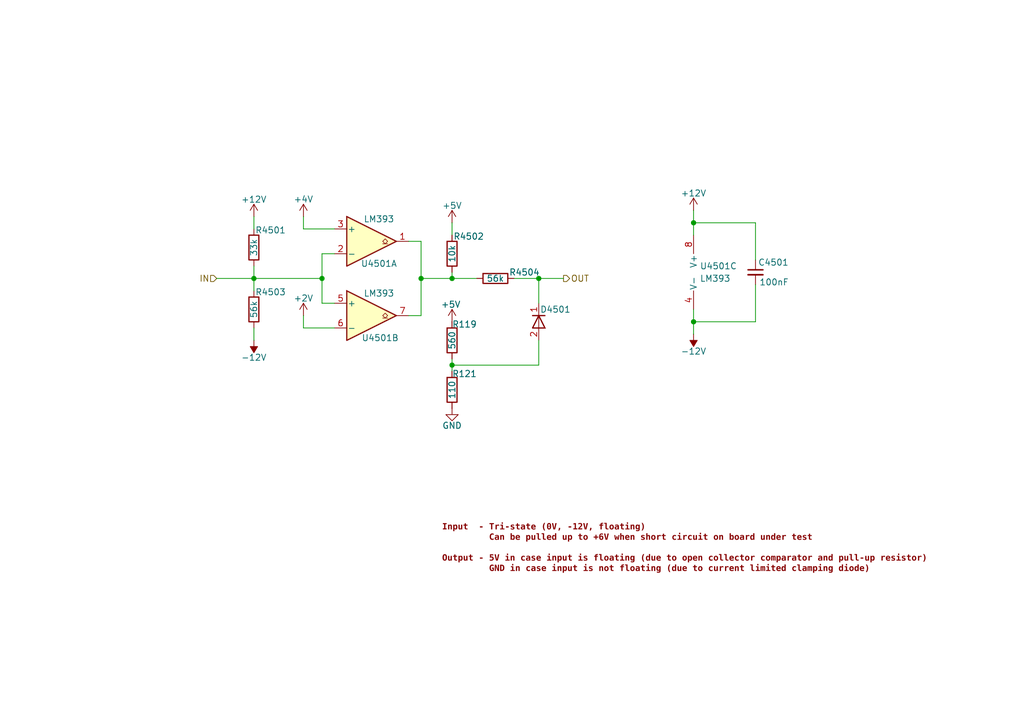
<source format=kicad_sch>
(kicad_sch (version 20250114) (generator "eeschema") (generator_version "9.0")
  (paper "A5")
  (title_block (title "VersaLogic board tester") (date "2025-08-13") (rev "1.0.alpha") (comment 1 "Copyright (c) 2025 by Filip Pynckels & Robin Pynckels"))
  (lib_symbols
    (symbol "Comparator:LM393" (pin_names (offset 0.127))
      (property "Reference" "U" (at 3.81 3.81 0))
      (property "Value" "LM393" (at 6.35 -3.81 0))
      (symbol "LM393_1_1"
        (polyline (pts (xy -5.08 5.08) (xy 5.08 0) (xy -5.08 -5.08) (xy -5.08 5.08)) (stroke (width 0.254)) (fill (type background)))
        (polyline (pts (xy 3.302 -0.508) (xy 2.794 -0.508) (xy 3.302 0) (xy 2.794 0.508) (xy 2.286 0) (xy 2.794 -0.508) (xy 2.286 -0.508)) (stroke (width 0.127)))
        (pin input line (at -7.62 2.54 0) (length 2.54) (name "+") (number "3"))
        (pin input line (at -7.62 -2.54 0) (length 2.54) (name "-") (number "2"))
        (pin open_collector line (at 7.62 0 180) (length 2.54) (name "~") (number "1"))
      )
      (symbol "LM393_2_1"
        (polyline (pts (xy -5.08 5.08) (xy 5.08 0) (xy -5.08 -5.08) (xy -5.08 5.08)) (stroke (width 0.254)) (fill (type background)))
        (polyline (pts (xy 3.302 -0.508) (xy 2.794 -0.508) (xy 3.302 0) (xy 2.794 0.508) (xy 2.286 0) (xy 2.794 -0.508) (xy 2.286 -0.508)) (stroke (width 0.127)))
        (pin input line (at -7.62 2.54 0) (length 2.54) (name "+") (number "5"))
        (pin input line (at -7.62 -2.54 0) (length 2.54) (name "-") (number "6"))
        (pin open_collector line (at 7.62 0 180) (length 2.54) (name "~") (number "7"))
      )
      (symbol "LM393_3_1"
        (pin power_in line (at -2.54 7.62 270) (length 3.81) (name "V+") (number "8"))
        (pin power_in line (at -2.54 -7.62 90) (length 3.81) (name "V-") (number "4"))
      )
    )
    (symbol "Device:C_Small" (pin_numbers (hide yes)) (pin_names (offset 0.254) (hide yes))
      (property "Reference" "C" (at 0.254 1.778 0))
      (property "Value" "C_Small" (at 0.254 -2.032 0))
      (symbol "C_Small_0_1"
        (polyline (pts (xy -1.524 0.508) (xy 1.524 0.508)) (stroke (width 0.3048)))
        (polyline (pts (xy -1.524 -0.508) (xy 1.524 -0.508)) (stroke (width 0.3302)))
      )
      (symbol "C_Small_1_1"
        (pin passive line (at 0 2.54 270) (length 2.032) (name "~") (number "1"))
        (pin passive line (at 0 -2.54 90) (length 2.032) (name "~") (number "2"))
      )
    )
    (symbol "Device:R" (pin_numbers (hide yes)) (pin_names (offset 0))
      (property "Reference" "R" (at 2.032 0 90))
      (property "Value" "R" (at 0 0 90))
      (symbol "R_0_1"
        (rectangle (start -1.016 -2.54) (end 1.016 2.54) (stroke (width 0.254)))
      )
      (symbol "R_1_1"
        (pin passive line (at 0 3.81 270) (length 1.27) (name "~") (number "1"))
        (pin passive line (at 0 -3.81 90) (length 1.27) (name "~") (number "2"))
      )
    )
    (symbol "Power:+2V" (power) (pin_numbers (hide yes)) (pin_names (offset 0) (hide yes))
      (property "Value" "+2V" (at 0 3.556 0))
      (symbol "+2V_0_1"
        (polyline (pts (xy -0.762 1.27) (xy 0 2.54)))
        (polyline (pts (xy 0 2.54) (xy 0.762 1.27)))
        (polyline (pts (xy 0 0) (xy 0 2.54)))
      )
      (symbol "+2V_1_1"
        (pin power_in line (at 0 0 90) (length 0) (name "~") (number "1"))
      )
    )
    (symbol "Simulation_SPICE:D" (pin_names (offset 1.016) (hide yes))
      (property "Reference" "D" (at 0 2.54 0))
      (property "Value" "D" (at 0 -2.54 0))
      (symbol "D_0_1"
        (polyline (pts (xy -1.27 1.27) (xy -1.27 -1.27)) (stroke (width 0.254)))
        (polyline (pts (xy 1.27 1.27) (xy 1.27 -1.27) (xy -1.27 0) (xy 1.27 1.27)) (stroke (width 0.254)))
        (polyline (pts (xy 1.27 0) (xy -1.27 0)))
      )
      (symbol "D_1_1"
        (pin passive line (at -3.81 0 0) (length 2.54) (name "K") (number "1"))
        (pin passive line (at 3.81 0 180) (length 2.54) (name "A") (number "2"))
      )
    )
    (symbol "power:+12V" (power) (pin_numbers (hide yes)) (pin_names (offset 0) (hide yes))
      (property "Value" "+12V" (at 0 3.556 0))
      (symbol "+12V_0_1"
        (polyline (pts (xy -0.762 1.27) (xy 0 2.54)))
        (polyline (pts (xy 0 2.54) (xy 0.762 1.27)))
        (polyline (pts (xy 0 0) (xy 0 2.54)))
      )
      (symbol "+12V_1_1"
        (pin power_in line (at 0 0 90) (length 0) (name "~") (number "1"))
      )
    )
    (symbol "power:+4V" (power) (pin_numbers (hide yes)) (pin_names (offset 0) (hide yes))
      (property "Value" "+4V" (at 0 3.556 0))
      (symbol "+4V_0_1"
        (polyline (pts (xy -0.762 1.27) (xy 0 2.54)))
        (polyline (pts (xy 0 2.54) (xy 0.762 1.27)))
        (polyline (pts (xy 0 0) (xy 0 2.54)))
      )
      (symbol "+4V_1_1"
        (pin power_in line (at 0 0 90) (length 0) (name "~") (number "1"))
      )
    )
    (symbol "power:+5V" (power) (pin_numbers (hide yes)) (pin_names (offset 0) (hide yes))
      (property "Value" "+5V" (at 0 3.556 0))
      (symbol "+5V_0_1"
        (polyline (pts (xy -0.762 1.27) (xy 0 2.54)))
        (polyline (pts (xy 0 2.54) (xy 0.762 1.27)))
        (polyline (pts (xy 0 0) (xy 0 2.54)))
      )
      (symbol "+5V_1_1"
        (pin power_in line (at 0 0 90) (length 0) (name "~") (number "1"))
      )
    )
    (symbol "power:-12V" (power) (pin_numbers (hide yes)) (pin_names (offset 0) (hide yes))
      (property "Value" "-12V" (at 0 3.556 0))
      (symbol "-12V_0_0"
        (pin power_in line (at 0 0 90) (length 0) (name "~") (number "1"))
      )
      (symbol "-12V_0_1"
        (polyline (pts (xy 0 0) (xy 0 1.27) (xy 0.762 1.27) (xy 0 2.54) (xy -0.762 1.27) (xy 0 1.27)) (fill (type outline)))
      )
    )
    (symbol "power:GND" (power) (pin_numbers (hide yes)) (pin_names (offset 0) (hide yes))
      (property "Value" "GND" (at 0 -3.81 0))
      (symbol "GND_0_1"
        (polyline (pts (xy 0 0) (xy 0 -1.27) (xy 1.27 -1.27) (xy 0 -2.54) (xy -1.27 -1.27) (xy 0 -1.27)))
      )
      (symbol "GND_1_1"
        (pin power_in line (at 0 0 270) (length 0) (name "~") (number "1"))
      )
    )
  )
  (text "Input  - Tri-state (0V, -12V, floating)\n         Can be pulled up to +6V when short circuit on board under test\n\nOutput - 5V in case input is floating (due to open collector comparator and pull-up resistor)\n         GND in case input is not floating (due to current limited clamping diode)" (at 90.678 107.95 0) (effects (font (size 1.27 1.27) (bold yes)) (justify left top)))
  (junction (at 142.24 66.04))
  (junction (at 52.07 57.15))
  (junction (at 86.36 57.15))
  (junction (at 92.71 57.15))
  (junction (at 92.71 74.93))
  (junction (at 110.49 57.15))
  (junction (at 142.24 45.72))
  (junction (at 66.04 57.15))
  (wire (pts (xy 110.49 57.15) (xy 115.57 57.15)))
  (wire (pts (xy 62.23 44.45) (xy 62.23 46.99)))
  (wire (pts (xy 110.49 74.93) (xy 92.71 74.93)))
  (wire (pts (xy 142.24 43.18) (xy 142.24 45.72)))
  (wire (pts (xy 66.04 52.07) (xy 66.04 57.15)))
  (wire (pts (xy 52.07 57.15) (xy 66.04 57.15)))
  (wire (pts (xy 62.23 67.31) (xy 68.58 67.31)))
  (wire (pts (xy 52.07 67.31) (xy 52.07 69.85)))
  (wire (pts (xy 110.49 69.85) (xy 110.49 74.93)))
  (wire (pts (xy 83.82 49.53) (xy 86.36 49.53)))
  (wire (pts (xy 52.07 57.15) (xy 52.07 59.69)))
  (wire (pts (xy 154.94 66.04) (xy 142.24 66.04)))
  (wire (pts (xy 154.94 58.42) (xy 154.94 66.04)))
  (wire (pts (xy 92.71 57.15) (xy 97.79 57.15)))
  (wire (pts (xy 86.36 57.15) (xy 86.36 64.77)))
  (wire (pts (xy 44.45 57.15) (xy 52.07 57.15)))
  (wire (pts (xy 62.23 67.31) (xy 62.23 64.77)))
  (wire (pts (xy 92.71 45.72) (xy 92.71 48.26)))
  (wire (pts (xy 92.71 73.66) (xy 92.71 74.93)))
  (wire (pts (xy 92.71 74.93) (xy 92.71 76.2)))
  (wire (pts (xy 110.49 57.15) (xy 110.49 62.23)))
  (wire (pts (xy 142.24 45.72) (xy 142.24 48.26)))
  (wire (pts (xy 52.07 44.45) (xy 52.07 46.99)))
  (wire (pts (xy 154.94 53.34) (xy 154.94 45.72)))
  (wire (pts (xy 142.24 63.5) (xy 142.24 66.04)))
  (wire (pts (xy 52.07 54.61) (xy 52.07 57.15)))
  (wire (pts (xy 66.04 62.23) (xy 68.58 62.23)))
  (wire (pts (xy 154.94 45.72) (xy 142.24 45.72)))
  (wire (pts (xy 62.23 46.99) (xy 68.58 46.99)))
  (wire (pts (xy 86.36 64.77) (xy 83.82 64.77)))
  (wire (pts (xy 68.58 52.07) (xy 66.04 52.07)))
  (wire (pts (xy 92.71 55.88) (xy 92.71 57.15)))
  (wire (pts (xy 105.41 57.15) (xy 110.49 57.15)))
  (wire (pts (xy 86.36 49.53) (xy 86.36 57.15)))
  (wire (pts (xy 66.04 57.15) (xy 66.04 62.23)))
  (wire (pts (xy 142.24 66.04) (xy 142.24 68.58)))
  (wire (pts (xy 86.36 57.15) (xy 92.71 57.15)))
  (hierarchical_label "OUT" (shape output) (at 115.57 57.15 0))
  (hierarchical_label "IN" (shape input) (at 44.45 57.15 180))
  (symbol (lib_id "power:+12V") (at 52.07 44.45 0) (mirror y) (unit 1)
    (property "Reference" "#PWR01101" (effects (hide yes)))
    (property "Value" "+12V" (at 52.07 41.656 0) (effects (justify bottom)))
    (property "Description" "Power symbol creates a global label with name \"+12V\"" (effects (hide yes)))
    (instances (project "VersaLogic_Board_Tester" (path "" (reference "#PWR04501") (unit 1)) (path "" (reference "#PWR02701") (unit 1)) (path "" (reference "#PWR01501") (unit 1)) (path "" (reference "#PWR02501") (unit 1)) (path "" (reference "#PWR03401") (unit 1)) (path "" (reference "#PWR03901") (unit 1)) (path "" (reference "#PWR02401") (unit 1)) (path "" (reference "#PWR03301") (unit 1)) (path "" (reference "#PWR03501") (unit 1)) (path "" (reference "#PWR01401") (unit 1)) (path "" (reference "#PWR04701") (unit 1)) (path "" (reference "#PWR02101") (unit 1)) (path "" (reference "#PWR03801") (unit 1)) (path "" (reference "#PWR03601") (unit 1)) (path "" (reference "#PWR01801") (unit 1)) (path "" (reference "#PWR04201") (unit 1)) (path "" (reference "#PWR03101") (unit 1)) (path "" (reference "#PWR01901") (unit 1)) (path "" (reference "#PWR03701") (unit 1)) (path "" (reference "#PWR01201") (unit 1)) (path "" (reference "#PWR04301") (unit 1)) (path "" (reference "#PWR02301") (unit 1)) (path "" (reference "#PWR02801") (unit 1)) (path "" (reference "#PWR02901") (unit 1)) (path "" (reference "#PWR02001") (unit 1)) (path "" (reference "#PWR04001") (unit 1)) (path "" (reference "#PWR01701") (unit 1)) (path "" (reference "#PWR01101") (unit 1)) (path "" (reference "#PWR01601") (unit 1)) (path "" (reference "#PWR04101") (unit 1)) (path "" (reference "#PWR04401") (unit 1)) (path "" (reference "#PWR03201") (unit 1)) (path "" (reference "#PWR03001") (unit 1)) (path "" (reference "#PWR04601") (unit 1)) (path "" (reference "#PWR02601") (unit 1)) (path "" (reference "#PWR01301") (unit 1)) (path "" (reference "#PWR02201") (unit 1))))
  )
  (symbol (lib_id "power:GND") (at 92.71 83.82 0) (mirror y) (unit 1)
    (property "Reference" "#PWR0143" (effects (hide yes)))
    (property "Value" "GND" (at 92.71 86.614 0) (effects (justify top)))
    (property "Description" "Power symbol creates a global label with name \"GND\" , ground" (effects (hide yes)))
  )
  (symbol (lib_id "power:+5V") (at 92.71 45.72 0) (mirror y) (unit 1)
    (property "Reference" "#PWR01103" (effects (hide yes)))
    (property "Value" "+5V" (at 92.71 42.926 0) (effects (justify bottom)))
    (property "Description" "Power symbol creates a global label with name \"+5V\"" (effects (hide yes)))
    (instances (project "VersaLogic_Board_Tester" (path "" (reference "#PWR04503") (unit 1)) (path "" (reference "#PWR02703") (unit 1)) (path "" (reference "#PWR01503") (unit 1)) (path "" (reference "#PWR02503") (unit 1)) (path "" (reference "#PWR03403") (unit 1)) (path "" (reference "#PWR03903") (unit 1)) (path "" (reference "#PWR02403") (unit 1)) (path "" (reference "#PWR03303") (unit 1)) (path "" (reference "#PWR03503") (unit 1)) (path "" (reference "#PWR01403") (unit 1)) (path "" (reference "#PWR04703") (unit 1)) (path "" (reference "#PWR02103") (unit 1)) (path "" (reference "#PWR03803") (unit 1)) (path "" (reference "#PWR03603") (unit 1)) (path "" (reference "#PWR01803") (unit 1)) (path "" (reference "#PWR04203") (unit 1)) (path "" (reference "#PWR03103") (unit 1)) (path "" (reference "#PWR01903") (unit 1)) (path "" (reference "#PWR03703") (unit 1)) (path "" (reference "#PWR01203") (unit 1)) (path "" (reference "#PWR04303") (unit 1)) (path "" (reference "#PWR02303") (unit 1)) (path "" (reference "#PWR02803") (unit 1)) (path "" (reference "#PWR02903") (unit 1)) (path "" (reference "#PWR02003") (unit 1)) (path "" (reference "#PWR04003") (unit 1)) (path "" (reference "#PWR01703") (unit 1)) (path "" (reference "#PWR01103") (unit 1)) (path "" (reference "#PWR01603") (unit 1)) (path "" (reference "#PWR04103") (unit 1)) (path "" (reference "#PWR04403") (unit 1)) (path "" (reference "#PWR03203") (unit 1)) (path "" (reference "#PWR03003") (unit 1)) (path "" (reference "#PWR04603") (unit 1)) (path "" (reference "#PWR02603") (unit 1)) (path "" (reference "#PWR01303") (unit 1)) (path "" (reference "#PWR02203") (unit 1))))
  )
  (symbol (lib_id "Device:R") (at 92.71 52.07 0) (unit 1)
    (property "Reference" "R1102" (at 92.964 48.514 0) (effects (justify left)))
    (property "Value" "10k" (at 92.71 52.07 90))
    (property "Footprint" "Resistor_THT:R_Axial_DIN0207_L6.3mm_D2.5mm_P7.62mm_Horizontal" (effects (hide yes)))
    (property "Description" "Resistor" (effects (hide yes)))
    (instances (project "VersaLogic_Board_Tester" (path "" (reference "R4502") (unit 1)) (path "" (reference "R2702") (unit 1)) (path "" (reference "R1502") (unit 1)) (path "" (reference "R2502") (unit 1)) (path "" (reference "R3402") (unit 1)) (path "" (reference "R3902") (unit 1)) (path "" (reference "R2402") (unit 1)) (path "" (reference "R3302") (unit 1)) (path "" (reference "R3502") (unit 1)) (path "" (reference "R1402") (unit 1)) (path "" (reference "R4702") (unit 1)) (path "" (reference "R2102") (unit 1)) (path "" (reference "R3802") (unit 1)) (path "" (reference "R3602") (unit 1)) (path "" (reference "R1802") (unit 1)) (path "" (reference "R4202") (unit 1)) (path "" (reference "R3102") (unit 1)) (path "" (reference "R1902") (unit 1)) (path "" (reference "R3702") (unit 1)) (path "" (reference "R1202") (unit 1)) (path "" (reference "R4302") (unit 1)) (path "" (reference "R2302") (unit 1)) (path "" (reference "R2802") (unit 1)) (path "" (reference "R2902") (unit 1)) (path "" (reference "R2002") (unit 1)) (path "" (reference "R4002") (unit 1)) (path "" (reference "R1702") (unit 1)) (path "" (reference "R1102") (unit 1)) (path "" (reference "R1602") (unit 1)) (path "" (reference "R4102") (unit 1)) (path "" (reference "R4402") (unit 1)) (path "" (reference "R3202") (unit 1)) (path "" (reference "R3002") (unit 1)) (path "" (reference "R4602") (unit 1)) (path "" (reference "R2602") (unit 1)) (path "" (reference "R1302") (unit 1)) (path "" (reference "R2202") (unit 1))))
  )
  (symbol (lib_id "Device:R") (at 92.71 69.85 0) (mirror x) (unit 1)
    (property "Reference" "R119" (at 92.71 66.548 0) (effects (justify left)))
    (property "Value" "560" (at 92.71 69.85 90))
    (property "Footprint" "Resistor_THT:R_Axial_DIN0207_L6.3mm_D2.5mm_P7.62mm_Horizontal" (effects (hide yes)))
    (property "Description" "Resistor" (effects (hide yes)))
  )
  (symbol (lib_id "Comparator:LM393") (at 144.78 55.88 0) (unit 3)
    (property "Reference" "U1101" (at 143.51 54.6099 0) (effects (justify left)))
    (property "Value" "LM393" (at 143.51 57.1499 0) (effects (justify left)))
    (property "Footprint" "Package_DIP:DIP-8_W7.62mm" (effects (hide yes)))
    (property "Datasheet" "http://www.ti.com/lit/ds/symlink/lm393.pdf" (effects (hide yes)))
    (property "Description" "Low-Power, Low-Offset Voltage, Dual Comparators, DIP-8/SOIC-8/TO-99-8" (effects (hide yes)))
    (instances (project "VersaLogic_Board_Tester" (path "" (reference "U4501") (unit 3)) (path "" (reference "U2701") (unit 3)) (path "" (reference "U1501") (unit 3)) (path "" (reference "U2501") (unit 3)) (path "" (reference "U3401") (unit 3)) (path "" (reference "U3901") (unit 3)) (path "" (reference "U2401") (unit 3)) (path "" (reference "U3301") (unit 3)) (path "" (reference "U3501") (unit 3)) (path "" (reference "U1401") (unit 3)) (path "" (reference "U4701") (unit 3)) (path "" (reference "U2101") (unit 3)) (path "" (reference "U3801") (unit 3)) (path "" (reference "U3601") (unit 3)) (path "" (reference "U1801") (unit 3)) (path "" (reference "U4201") (unit 3)) (path "" (reference "U3101") (unit 3)) (path "" (reference "U1901") (unit 3)) (path "" (reference "U3701") (unit 3)) (path "" (reference "U1201") (unit 3)) (path "" (reference "U4301") (unit 3)) (path "" (reference "U2301") (unit 3)) (path "" (reference "U2801") (unit 3)) (path "" (reference "U2901") (unit 3)) (path "" (reference "U2001") (unit 3)) (path "" (reference "U4001") (unit 3)) (path "" (reference "U1701") (unit 3)) (path "" (reference "U1101") (unit 3)) (path "" (reference "U1601") (unit 3)) (path "" (reference "U4101") (unit 3)) (path "" (reference "U4401") (unit 3)) (path "" (reference "U3201") (unit 3)) (path "" (reference "U3001") (unit 3)) (path "" (reference "U4601") (unit 3)) (path "" (reference "U2601") (unit 3)) (path "" (reference "U1301") (unit 3)) (path "" (reference "U2201") (unit 3))))
  )
  (symbol (lib_id "Power:+2V") (at 62.23 64.77 0) (unit 1)
    (property "Reference" "#PWR01104" (effects (hide yes)))
    (property "Value" "+2V" (at 62.23 61.214 0))
    (property "Description" "Power symbol creates a global label with name \"+2V\"" (effects (hide yes)))
    (instances (project "VersaLogic_Board_Tester" (path "" (reference "#PWR04504") (unit 1)) (path "" (reference "#PWR02704") (unit 1)) (path "" (reference "#PWR01504") (unit 1)) (path "" (reference "#PWR02504") (unit 1)) (path "" (reference "#PWR03404") (unit 1)) (path "" (reference "#PWR03904") (unit 1)) (path "" (reference "#PWR02404") (unit 1)) (path "" (reference "#PWR03304") (unit 1)) (path "" (reference "#PWR03504") (unit 1)) (path "" (reference "#PWR01404") (unit 1)) (path "" (reference "#PWR04704") (unit 1)) (path "" (reference "#PWR02104") (unit 1)) (path "" (reference "#PWR03804") (unit 1)) (path "" (reference "#PWR03604") (unit 1)) (path "" (reference "#PWR01804") (unit 1)) (path "" (reference "#PWR04204") (unit 1)) (path "" (reference "#PWR03104") (unit 1)) (path "" (reference "#PWR01904") (unit 1)) (path "" (reference "#PWR03704") (unit 1)) (path "" (reference "#PWR01204") (unit 1)) (path "" (reference "#PWR04304") (unit 1)) (path "" (reference "#PWR02304") (unit 1)) (path "" (reference "#PWR02804") (unit 1)) (path "" (reference "#PWR02904") (unit 1)) (path "" (reference "#PWR02004") (unit 1)) (path "" (reference "#PWR04004") (unit 1)) (path "" (reference "#PWR01704") (unit 1)) (path "" (reference "#PWR01104") (unit 1)) (path "" (reference "#PWR01604") (unit 1)) (path "" (reference "#PWR04104") (unit 1)) (path "" (reference "#PWR04404") (unit 1)) (path "" (reference "#PWR03204") (unit 1)) (path "" (reference "#PWR03004") (unit 1)) (path "" (reference "#PWR04604") (unit 1)) (path "" (reference "#PWR02604") (unit 1)) (path "" (reference "#PWR01304") (unit 1)) (path "" (reference "#PWR02204") (unit 1))))
  )
  (symbol (lib_id "power:-12V") (at 52.07 69.85 0) (mirror x) (unit 1)
    (property "Reference" "#PWR01105" (effects (hide yes)))
    (property "Value" "-12V" (at 52.07 72.644 0) (effects (justify bottom)))
    (property "Description" "Power symbol creates a global label with name \"-12V\"" (effects (hide yes)))
    (instances (project "VersaLogic_Board_Tester" (path "" (reference "#PWR04505") (unit 1)) (path "" (reference "#PWR02705") (unit 1)) (path "" (reference "#PWR01505") (unit 1)) (path "" (reference "#PWR02505") (unit 1)) (path "" (reference "#PWR03405") (unit 1)) (path "" (reference "#PWR03905") (unit 1)) (path "" (reference "#PWR02405") (unit 1)) (path "" (reference "#PWR03305") (unit 1)) (path "" (reference "#PWR03505") (unit 1)) (path "" (reference "#PWR01405") (unit 1)) (path "" (reference "#PWR04705") (unit 1)) (path "" (reference "#PWR02105") (unit 1)) (path "" (reference "#PWR03805") (unit 1)) (path "" (reference "#PWR03605") (unit 1)) (path "" (reference "#PWR01805") (unit 1)) (path "" (reference "#PWR04205") (unit 1)) (path "" (reference "#PWR03105") (unit 1)) (path "" (reference "#PWR01905") (unit 1)) (path "" (reference "#PWR03705") (unit 1)) (path "" (reference "#PWR01205") (unit 1)) (path "" (reference "#PWR04305") (unit 1)) (path "" (reference "#PWR02305") (unit 1)) (path "" (reference "#PWR02805") (unit 1)) (path "" (reference "#PWR02905") (unit 1)) (path "" (reference "#PWR02005") (unit 1)) (path "" (reference "#PWR04005") (unit 1)) (path "" (reference "#PWR01705") (unit 1)) (path "" (reference "#PWR01105") (unit 1)) (path "" (reference "#PWR01605") (unit 1)) (path "" (reference "#PWR04105") (unit 1)) (path "" (reference "#PWR04405") (unit 1)) (path "" (reference "#PWR03205") (unit 1)) (path "" (reference "#PWR03005") (unit 1)) (path "" (reference "#PWR04605") (unit 1)) (path "" (reference "#PWR02605") (unit 1)) (path "" (reference "#PWR01305") (unit 1)) (path "" (reference "#PWR02205") (unit 1))))
  )
  (symbol (lib_id "power:+12V") (at 142.24 43.18 0) (mirror y) (unit 1)
    (property "Reference" "#PWR01106" (effects (hide yes)))
    (property "Value" "+12V" (at 142.24 40.386 0) (effects (justify bottom)))
    (property "Description" "Power symbol creates a global label with name \"+12V\"" (effects (hide yes)))
    (instances (project "VersaLogic_Board_Tester" (path "" (reference "#PWR04506") (unit 1)) (path "" (reference "#PWR02706") (unit 1)) (path "" (reference "#PWR01506") (unit 1)) (path "" (reference "#PWR02506") (unit 1)) (path "" (reference "#PWR03406") (unit 1)) (path "" (reference "#PWR03906") (unit 1)) (path "" (reference "#PWR02406") (unit 1)) (path "" (reference "#PWR03306") (unit 1)) (path "" (reference "#PWR03506") (unit 1)) (path "" (reference "#PWR01406") (unit 1)) (path "" (reference "#PWR04706") (unit 1)) (path "" (reference "#PWR02106") (unit 1)) (path "" (reference "#PWR03806") (unit 1)) (path "" (reference "#PWR03606") (unit 1)) (path "" (reference "#PWR01806") (unit 1)) (path "" (reference "#PWR04206") (unit 1)) (path "" (reference "#PWR03106") (unit 1)) (path "" (reference "#PWR01906") (unit 1)) (path "" (reference "#PWR03706") (unit 1)) (path "" (reference "#PWR01206") (unit 1)) (path "" (reference "#PWR04306") (unit 1)) (path "" (reference "#PWR02306") (unit 1)) (path "" (reference "#PWR02806") (unit 1)) (path "" (reference "#PWR02906") (unit 1)) (path "" (reference "#PWR02006") (unit 1)) (path "" (reference "#PWR04006") (unit 1)) (path "" (reference "#PWR01706") (unit 1)) (path "" (reference "#PWR01106") (unit 1)) (path "" (reference "#PWR01606") (unit 1)) (path "" (reference "#PWR04106") (unit 1)) (path "" (reference "#PWR04406") (unit 1)) (path "" (reference "#PWR03206") (unit 1)) (path "" (reference "#PWR03006") (unit 1)) (path "" (reference "#PWR04606") (unit 1)) (path "" (reference "#PWR02606") (unit 1)) (path "" (reference "#PWR01306") (unit 1)) (path "" (reference "#PWR02206") (unit 1))))
  )
  (symbol (lib_id "power:+5V") (at 92.71 66.04 0) (unit 1)
    (property "Reference" "#PWR0139" (effects (hide yes)))
    (property "Value" "+5V" (at 92.456 62.484 0))
    (property "Description" "Power symbol creates a global label with name \"+5V\"" (effects (hide yes)))
  )
  (symbol (lib_id "Device:C_Small") (at 154.94 55.88 0) (unit 1)
    (property "Reference" "C1101" (at 155.448 53.848 0) (effects (justify left)))
    (property "Value" "100nF" (at 155.702 57.912 0) (effects (justify left)))
    (property "Footprint" "Capacitor_THT:C_Disc_D5.0mm_W2.5mm_P5.00mm" (effects (hide yes)))
    (property "Description" "Unpolarized capacitor, small symbol" (effects (hide yes)))
    (instances (project "VersaLogic_Board_Tester" (path "" (reference "C4501") (unit 1)) (path "" (reference "C2701") (unit 1)) (path "" (reference "C1501") (unit 1)) (path "" (reference "C2501") (unit 1)) (path "" (reference "C3401") (unit 1)) (path "" (reference "C3901") (unit 1)) (path "" (reference "C2401") (unit 1)) (path "" (reference "C3301") (unit 1)) (path "" (reference "C3501") (unit 1)) (path "" (reference "C1401") (unit 1)) (path "" (reference "C4701") (unit 1)) (path "" (reference "C2101") (unit 1)) (path "" (reference "C3801") (unit 1)) (path "" (reference "C3601") (unit 1)) (path "" (reference "C1801") (unit 1)) (path "" (reference "C4201") (unit 1)) (path "" (reference "C3101") (unit 1)) (path "" (reference "C1901") (unit 1)) (path "" (reference "C3701") (unit 1)) (path "" (reference "C1201") (unit 1)) (path "" (reference "C4301") (unit 1)) (path "" (reference "C2301") (unit 1)) (path "" (reference "C2801") (unit 1)) (path "" (reference "C2901") (unit 1)) (path "" (reference "C2001") (unit 1)) (path "" (reference "C4001") (unit 1)) (path "" (reference "C1701") (unit 1)) (path "" (reference "C1101") (unit 1)) (path "" (reference "C1601") (unit 1)) (path "" (reference "C4101") (unit 1)) (path "" (reference "C4401") (unit 1)) (path "" (reference "C3201") (unit 1)) (path "" (reference "C3001") (unit 1)) (path "" (reference "C4601") (unit 1)) (path "" (reference "C2601") (unit 1)) (path "" (reference "C1301") (unit 1)) (path "" (reference "C2201") (unit 1))))
  )
  (symbol (lib_id "Comparator:LM393") (at 76.2 49.53 0) (unit 1)
    (property "Reference" "U1101" (at 77.724 54.102 0))
    (property "Value" "LM393" (at 77.724 44.958 0))
    (property "Footprint" "Package_DIP:DIP-8_W7.62mm" (effects (hide yes)))
    (property "Datasheet" "http://www.ti.com/lit/ds/symlink/lm393.pdf" (effects (hide yes)))
    (property "Description" "Low-Power, Low-Offset Voltage, Dual Comparators, DIP-8/SOIC-8/TO-99-8" (effects (hide yes)))
    (instances (project "VersaLogic_Board_Tester" (path "" (reference "U4501") (unit 1)) (path "" (reference "U2701") (unit 1)) (path "" (reference "U1501") (unit 1)) (path "" (reference "U2501") (unit 1)) (path "" (reference "U3401") (unit 1)) (path "" (reference "U3901") (unit 1)) (path "" (reference "U2401") (unit 1)) (path "" (reference "U3301") (unit 1)) (path "" (reference "U3501") (unit 1)) (path "" (reference "U1401") (unit 1)) (path "" (reference "U4701") (unit 1)) (path "" (reference "U2101") (unit 1)) (path "" (reference "U3801") (unit 1)) (path "" (reference "U3601") (unit 1)) (path "" (reference "U1801") (unit 1)) (path "" (reference "U4201") (unit 1)) (path "" (reference "U3101") (unit 1)) (path "" (reference "U1901") (unit 1)) (path "" (reference "U3701") (unit 1)) (path "" (reference "U1201") (unit 1)) (path "" (reference "U4301") (unit 1)) (path "" (reference "U2301") (unit 1)) (path "" (reference "U2801") (unit 1)) (path "" (reference "U2901") (unit 1)) (path "" (reference "U2001") (unit 1)) (path "" (reference "U4001") (unit 1)) (path "" (reference "U1701") (unit 1)) (path "" (reference "U1101") (unit 1)) (path "" (reference "U1601") (unit 1)) (path "" (reference "U4101") (unit 1)) (path "" (reference "U4401") (unit 1)) (path "" (reference "U3201") (unit 1)) (path "" (reference "U3001") (unit 1)) (path "" (reference "U4601") (unit 1)) (path "" (reference "U2601") (unit 1)) (path "" (reference "U1301") (unit 1)) (path "" (reference "U2201") (unit 1))))
  )
  (symbol (lib_id "Device:R") (at 52.07 50.8 0) (unit 1)
    (property "Reference" "R1101" (at 52.324 47.244 0) (effects (justify left)))
    (property "Value" "33k" (at 52.07 50.8 90))
    (property "Footprint" "Resistor_THT:R_Axial_DIN0207_L6.3mm_D2.5mm_P7.62mm_Horizontal" (effects (hide yes)))
    (property "Description" "Resistor" (effects (hide yes)))
    (instances (project "VersaLogic_Board_Tester" (path "" (reference "R4501") (unit 1)) (path "" (reference "R2701") (unit 1)) (path "" (reference "R1501") (unit 1)) (path "" (reference "R2501") (unit 1)) (path "" (reference "R3401") (unit 1)) (path "" (reference "R3901") (unit 1)) (path "" (reference "R2401") (unit 1)) (path "" (reference "R3301") (unit 1)) (path "" (reference "R3501") (unit 1)) (path "" (reference "R1401") (unit 1)) (path "" (reference "R4701") (unit 1)) (path "" (reference "R2101") (unit 1)) (path "" (reference "R3801") (unit 1)) (path "" (reference "R3601") (unit 1)) (path "" (reference "R1801") (unit 1)) (path "" (reference "R4201") (unit 1)) (path "" (reference "R3101") (unit 1)) (path "" (reference "R1901") (unit 1)) (path "" (reference "R3701") (unit 1)) (path "" (reference "R1201") (unit 1)) (path "" (reference "R4301") (unit 1)) (path "" (reference "R2301") (unit 1)) (path "" (reference "R2801") (unit 1)) (path "" (reference "R2901") (unit 1)) (path "" (reference "R2001") (unit 1)) (path "" (reference "R4001") (unit 1)) (path "" (reference "R1701") (unit 1)) (path "" (reference "R1101") (unit 1)) (path "" (reference "R1601") (unit 1)) (path "" (reference "R4101") (unit 1)) (path "" (reference "R4401") (unit 1)) (path "" (reference "R3201") (unit 1)) (path "" (reference "R3001") (unit 1)) (path "" (reference "R4601") (unit 1)) (path "" (reference "R2601") (unit 1)) (path "" (reference "R1301") (unit 1)) (path "" (reference "R2201") (unit 1))))
  )
  (symbol (lib_id "Device:R") (at 52.07 63.5 0) (unit 1)
    (property "Reference" "R1103" (at 52.324 59.944 0) (effects (justify left)))
    (property "Value" "56k" (at 52.07 63.5 90))
    (property "Footprint" "Resistor_THT:R_Axial_DIN0207_L6.3mm_D2.5mm_P7.62mm_Horizontal" (effects (hide yes)))
    (property "Description" "Resistor" (effects (hide yes)))
    (instances (project "VersaLogic_Board_Tester" (path "" (reference "R4503") (unit 1)) (path "" (reference "R2703") (unit 1)) (path "" (reference "R1503") (unit 1)) (path "" (reference "R2503") (unit 1)) (path "" (reference "R3403") (unit 1)) (path "" (reference "R3903") (unit 1)) (path "" (reference "R2403") (unit 1)) (path "" (reference "R3303") (unit 1)) (path "" (reference "R3503") (unit 1)) (path "" (reference "R1403") (unit 1)) (path "" (reference "R4703") (unit 1)) (path "" (reference "R2103") (unit 1)) (path "" (reference "R3803") (unit 1)) (path "" (reference "R3603") (unit 1)) (path "" (reference "R1803") (unit 1)) (path "" (reference "R4203") (unit 1)) (path "" (reference "R3103") (unit 1)) (path "" (reference "R1903") (unit 1)) (path "" (reference "R3703") (unit 1)) (path "" (reference "R1203") (unit 1)) (path "" (reference "R4303") (unit 1)) (path "" (reference "R2303") (unit 1)) (path "" (reference "R2803") (unit 1)) (path "" (reference "R2903") (unit 1)) (path "" (reference "R2003") (unit 1)) (path "" (reference "R4003") (unit 1)) (path "" (reference "R1703") (unit 1)) (path "" (reference "R1103") (unit 1)) (path "" (reference "R1603") (unit 1)) (path "" (reference "R4103") (unit 1)) (path "" (reference "R4403") (unit 1)) (path "" (reference "R3203") (unit 1)) (path "" (reference "R3003") (unit 1)) (path "" (reference "R4603") (unit 1)) (path "" (reference "R2603") (unit 1)) (path "" (reference "R1303") (unit 1)) (path "" (reference "R2203") (unit 1))))
  )
  (symbol (lib_id "Simulation_SPICE:D") (at 110.49 66.04 270) (unit 1)
    (property "Reference" "D1101" (at 110.744 63.5 90) (effects (justify left)))
    (property "Value" "D" (effects (hide yes)))
    (property "Footprint" "Diode_THT:D_5W_P10.16mm_Horizontal" (effects (hide yes)))
    (property "Datasheet" "https://ngspice.sourceforge.io/docs/ngspice-html-manual/manual.xhtml#cha_DIODEs" (effects (hide yes)))
    (property "Description" "Diode for simulation or PCB" (effects (hide yes)))
    (property "Sim.Device" "D" (effects (hide yes)))
    (property "Sim.Pins" "1=K 2=A" (effects (hide yes)))
    (property "Sim.Params" "rs=50m cjo=10p" (effects (hide yes)))
    (instances (project "VersaLogic_Board_Tester" (path "" (reference "D4501") (unit 1)) (path "" (reference "D2701") (unit 1)) (path "" (reference "D1501") (unit 1)) (path "" (reference "D2501") (unit 1)) (path "" (reference "D3401") (unit 1)) (path "" (reference "D3901") (unit 1)) (path "" (reference "D2401") (unit 1)) (path "" (reference "D3301") (unit 1)) (path "" (reference "D3501") (unit 1)) (path "" (reference "D1401") (unit 1)) (path "" (reference "D4701") (unit 1)) (path "" (reference "D2101") (unit 1)) (path "" (reference "D3801") (unit 1)) (path "" (reference "D3601") (unit 1)) (path "" (reference "D1801") (unit 1)) (path "" (reference "D4201") (unit 1)) (path "" (reference "D3101") (unit 1)) (path "" (reference "D1901") (unit 1)) (path "" (reference "D3701") (unit 1)) (path "" (reference "D1201") (unit 1)) (path "" (reference "D4301") (unit 1)) (path "" (reference "D2301") (unit 1)) (path "" (reference "D2801") (unit 1)) (path "" (reference "D2901") (unit 1)) (path "" (reference "D2001") (unit 1)) (path "" (reference "D4001") (unit 1)) (path "" (reference "D1701") (unit 1)) (path "" (reference "D1101") (unit 1)) (path "" (reference "D1601") (unit 1)) (path "" (reference "D4101") (unit 1)) (path "" (reference "D4401") (unit 1)) (path "" (reference "D3201") (unit 1)) (path "" (reference "D3001") (unit 1)) (path "" (reference "D4601") (unit 1)) (path "" (reference "D2601") (unit 1)) (path "" (reference "D1301") (unit 1)) (path "" (reference "D2201") (unit 1))))
  )
  (symbol (lib_id "Device:R") (at 101.6 57.15 90) (unit 1)
    (property "Reference" "R1104" (at 104.394 55.88 90) (effects (justify right)))
    (property "Value" "56k" (at 101.6 57.15 90))
    (property "Footprint" "Resistor_THT:R_Axial_DIN0207_L6.3mm_D2.5mm_P7.62mm_Horizontal" (effects (hide yes)))
    (property "Description" "Resistor" (effects (hide yes)))
    (instances (project "VersaLogic_Board_Tester" (path "" (reference "R4504") (unit 1)) (path "" (reference "R2704") (unit 1)) (path "" (reference "R1504") (unit 1)) (path "" (reference "R2504") (unit 1)) (path "" (reference "R3404") (unit 1)) (path "" (reference "R3904") (unit 1)) (path "" (reference "R2404") (unit 1)) (path "" (reference "R3304") (unit 1)) (path "" (reference "R3504") (unit 1)) (path "" (reference "R1404") (unit 1)) (path "" (reference "R4704") (unit 1)) (path "" (reference "R2104") (unit 1)) (path "" (reference "R3804") (unit 1)) (path "" (reference "R3604") (unit 1)) (path "" (reference "R1804") (unit 1)) (path "" (reference "R4204") (unit 1)) (path "" (reference "R3104") (unit 1)) (path "" (reference "R1904") (unit 1)) (path "" (reference "R3704") (unit 1)) (path "" (reference "R1204") (unit 1)) (path "" (reference "R4304") (unit 1)) (path "" (reference "R2304") (unit 1)) (path "" (reference "R2804") (unit 1)) (path "" (reference "R2904") (unit 1)) (path "" (reference "R2004") (unit 1)) (path "" (reference "R4004") (unit 1)) (path "" (reference "R1704") (unit 1)) (path "" (reference "R1104") (unit 1)) (path "" (reference "R1604") (unit 1)) (path "" (reference "R4104") (unit 1)) (path "" (reference "R4404") (unit 1)) (path "" (reference "R3204") (unit 1)) (path "" (reference "R3004") (unit 1)) (path "" (reference "R4604") (unit 1)) (path "" (reference "R2604") (unit 1)) (path "" (reference "R1304") (unit 1)) (path "" (reference "R2204") (unit 1))))
  )
  (symbol (lib_id "power:-12V") (at 142.24 68.58 0) (mirror x) (unit 1)
    (property "Reference" "#PWR01107" (effects (hide yes)))
    (property "Value" "-12V" (at 142.24 71.374 0) (effects (justify bottom)))
    (property "Description" "Power symbol creates a global label with name \"-12V\"" (effects (hide yes)))
    (instances (project "VersaLogic_Board_Tester" (path "" (reference "#PWR04507") (unit 1)) (path "" (reference "#PWR02707") (unit 1)) (path "" (reference "#PWR01507") (unit 1)) (path "" (reference "#PWR02507") (unit 1)) (path "" (reference "#PWR03407") (unit 1)) (path "" (reference "#PWR03907") (unit 1)) (path "" (reference "#PWR02407") (unit 1)) (path "" (reference "#PWR03307") (unit 1)) (path "" (reference "#PWR03507") (unit 1)) (path "" (reference "#PWR01407") (unit 1)) (path "" (reference "#PWR04707") (unit 1)) (path "" (reference "#PWR02107") (unit 1)) (path "" (reference "#PWR03807") (unit 1)) (path "" (reference "#PWR03607") (unit 1)) (path "" (reference "#PWR01807") (unit 1)) (path "" (reference "#PWR04207") (unit 1)) (path "" (reference "#PWR03107") (unit 1)) (path "" (reference "#PWR01907") (unit 1)) (path "" (reference "#PWR03707") (unit 1)) (path "" (reference "#PWR01207") (unit 1)) (path "" (reference "#PWR04307") (unit 1)) (path "" (reference "#PWR02307") (unit 1)) (path "" (reference "#PWR02807") (unit 1)) (path "" (reference "#PWR02907") (unit 1)) (path "" (reference "#PWR02007") (unit 1)) (path "" (reference "#PWR04007") (unit 1)) (path "" (reference "#PWR01707") (unit 1)) (path "" (reference "#PWR01107") (unit 1)) (path "" (reference "#PWR01607") (unit 1)) (path "" (reference "#PWR04107") (unit 1)) (path "" (reference "#PWR04407") (unit 1)) (path "" (reference "#PWR03207") (unit 1)) (path "" (reference "#PWR03007") (unit 1)) (path "" (reference "#PWR04607") (unit 1)) (path "" (reference "#PWR02607") (unit 1)) (path "" (reference "#PWR01307") (unit 1)) (path "" (reference "#PWR02207") (unit 1))))
  )
  (symbol (lib_id "power:+4V") (at 62.23 44.45 0) (unit 1)
    (property "Reference" "#PWR01102" (effects (hide yes)))
    (property "Value" "+4V" (at 62.23 40.894 0))
    (property "Description" "Power symbol creates a global label with name \"+4V\"" (effects (hide yes)))
    (instances (project "VersaLogic_Board_Tester" (path "" (reference "#PWR04502") (unit 1)) (path "" (reference "#PWR02702") (unit 1)) (path "" (reference "#PWR01502") (unit 1)) (path "" (reference "#PWR02502") (unit 1)) (path "" (reference "#PWR03402") (unit 1)) (path "" (reference "#PWR03902") (unit 1)) (path "" (reference "#PWR02402") (unit 1)) (path "" (reference "#PWR03302") (unit 1)) (path "" (reference "#PWR03502") (unit 1)) (path "" (reference "#PWR01402") (unit 1)) (path "" (reference "#PWR04702") (unit 1)) (path "" (reference "#PWR02102") (unit 1)) (path "" (reference "#PWR03802") (unit 1)) (path "" (reference "#PWR03602") (unit 1)) (path "" (reference "#PWR01802") (unit 1)) (path "" (reference "#PWR04202") (unit 1)) (path "" (reference "#PWR03102") (unit 1)) (path "" (reference "#PWR01902") (unit 1)) (path "" (reference "#PWR03702") (unit 1)) (path "" (reference "#PWR01202") (unit 1)) (path "" (reference "#PWR04302") (unit 1)) (path "" (reference "#PWR02302") (unit 1)) (path "" (reference "#PWR02802") (unit 1)) (path "" (reference "#PWR02902") (unit 1)) (path "" (reference "#PWR02002") (unit 1)) (path "" (reference "#PWR04002") (unit 1)) (path "" (reference "#PWR01702") (unit 1)) (path "" (reference "#PWR01102") (unit 1)) (path "" (reference "#PWR01602") (unit 1)) (path "" (reference "#PWR04102") (unit 1)) (path "" (reference "#PWR04402") (unit 1)) (path "" (reference "#PWR03202") (unit 1)) (path "" (reference "#PWR03002") (unit 1)) (path "" (reference "#PWR04602") (unit 1)) (path "" (reference "#PWR02602") (unit 1)) (path "" (reference "#PWR01302") (unit 1)) (path "" (reference "#PWR02202") (unit 1))))
  )
  (symbol (lib_id "Comparator:LM393") (at 76.2 64.77 0) (unit 2)
    (property "Reference" "U1101" (at 77.978 69.342 0))
    (property "Value" "LM393" (at 77.724 60.198 0))
    (property "Footprint" "Package_DIP:DIP-8_W7.62mm" (effects (hide yes)))
    (property "Datasheet" "http://www.ti.com/lit/ds/symlink/lm393.pdf" (effects (hide yes)))
    (property "Description" "Low-Power, Low-Offset Voltage, Dual Comparators, DIP-8/SOIC-8/TO-99-8" (effects (hide yes)))
    (instances (project "VersaLogic_Board_Tester" (path "" (reference "U4501") (unit 2)) (path "" (reference "U2701") (unit 2)) (path "" (reference "U1501") (unit 2)) (path "" (reference "U2501") (unit 2)) (path "" (reference "U3401") (unit 2)) (path "" (reference "U3901") (unit 2)) (path "" (reference "U2401") (unit 2)) (path "" (reference "U3301") (unit 2)) (path "" (reference "U3501") (unit 2)) (path "" (reference "U1401") (unit 2)) (path "" (reference "U4701") (unit 2)) (path "" (reference "U2101") (unit 2)) (path "" (reference "U3801") (unit 2)) (path "" (reference "U3601") (unit 2)) (path "" (reference "U1801") (unit 2)) (path "" (reference "U4201") (unit 2)) (path "" (reference "U3101") (unit 2)) (path "" (reference "U1901") (unit 2)) (path "" (reference "U3701") (unit 2)) (path "" (reference "U1201") (unit 2)) (path "" (reference "U4301") (unit 2)) (path "" (reference "U2301") (unit 2)) (path "" (reference "U2801") (unit 2)) (path "" (reference "U2901") (unit 2)) (path "" (reference "U2001") (unit 2)) (path "" (reference "U4001") (unit 2)) (path "" (reference "U1701") (unit 2)) (path "" (reference "U1101") (unit 2)) (path "" (reference "U1601") (unit 2)) (path "" (reference "U4101") (unit 2)) (path "" (reference "U4401") (unit 2)) (path "" (reference "U3201") (unit 2)) (path "" (reference "U3001") (unit 2)) (path "" (reference "U4601") (unit 2)) (path "" (reference "U2601") (unit 2)) (path "" (reference "U1301") (unit 2)) (path "" (reference "U2201") (unit 2))))
  )
  (symbol (lib_id "Device:R") (at 92.71 80.01 0) (mirror x) (unit 1)
    (property "Reference" "R121" (at 92.71 76.708 0) (effects (justify left)))
    (property "Value" "110" (at 92.71 80.01 90))
    (property "Footprint" "Resistor_THT:R_Axial_DIN0207_L6.3mm_D2.5mm_P7.62mm_Horizontal" (effects (hide yes)))
    (property "Description" "Resistor" (effects (hide yes)))
  )
)
</source>
